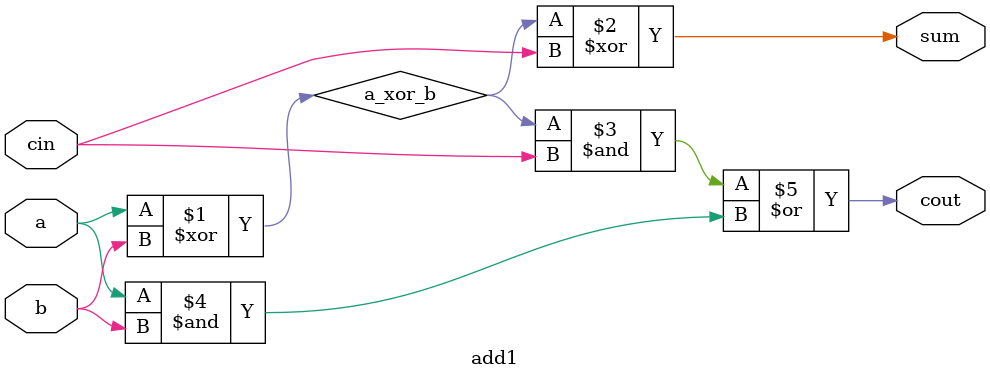
<source format=v>
module top_module (
    input [31:0] a,
    input [31:0] b,
    output [31:0] sum
);//

wire carry;

add16 instance1(a[15:0], b[15:0], 0, sum[15:0], carry);
add16 instance2(a[31:16], b[31:16], carry, sum[31:16]);

endmodule

module add1 ( input a, input b, input cin, output sum, output cout );

// Full adder module here

wire a_xor_b;

assign a_xor_b = a ^ b;

assign sum = a_xor_b ^ cin;
assign cout = (a_xor_b & cin) | (a & b);


endmodule

</source>
